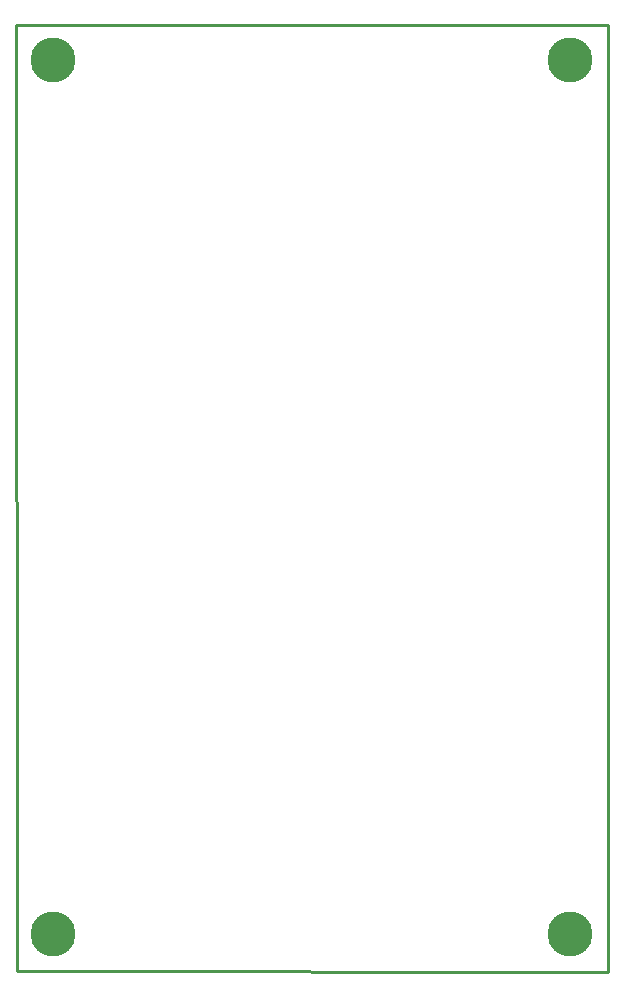
<source format=gbr>
%TF.GenerationSoftware,KiCad,Pcbnew,5.1.7-a382d34a8~87~ubuntu16.04.1*%
%TF.CreationDate,2020-11-09T07:45:18+07:00*%
%TF.ProjectId,sama5d27_som1_ek-sharp_ls0xx_lcd-adapter,73616d61-3564-4323-975f-736f6d315f65,rev?*%
%TF.SameCoordinates,Original*%
%TF.FileFunction,Soldermask,Bot*%
%TF.FilePolarity,Negative*%
%FSLAX46Y46*%
G04 Gerber Fmt 4.6, Leading zero omitted, Abs format (unit mm)*
G04 Created by KiCad (PCBNEW 5.1.7-a382d34a8~87~ubuntu16.04.1) date 2020-11-09 07:45:18*
%MOMM*%
%LPD*%
G01*
G04 APERTURE LIST*
%TA.AperFunction,Profile*%
%ADD10C,0.250000*%
%TD*%
%ADD11C,3.800000*%
G04 APERTURE END LIST*
D10*
X162400000Y-102650000D02*
X162375000Y-22525000D01*
X212450000Y-102675000D02*
X162400000Y-102650000D01*
X212475000Y-22525000D02*
X212450000Y-102675000D01*
X162375000Y-22525000D02*
X212475000Y-22525000D01*
D11*
%TO.C,REF\u002A\u002A*%
X209250000Y-99500000D03*
%TD*%
%TO.C,REF\u002A\u002A*%
X165500000Y-99500000D03*
%TD*%
%TO.C,REF\u002A\u002A*%
X209250000Y-25500000D03*
%TD*%
%TO.C,REF\u002A\u002A*%
X165500000Y-25500000D03*
%TD*%
M02*

</source>
